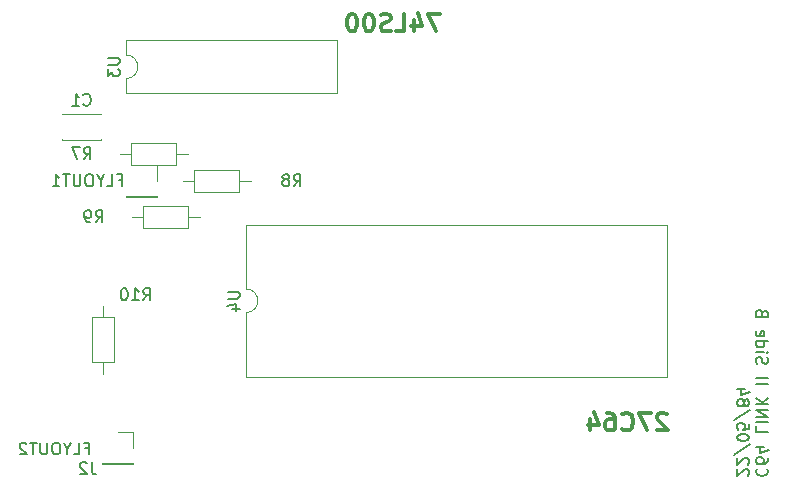
<source format=gbr>
%TF.GenerationSoftware,KiCad,Pcbnew,9.0.0*%
%TF.CreationDate,2025-04-04T09:07:06-04:00*%
%TF.ProjectId,RTC-Link2,5254432d-4c69-46e6-9b32-2e6b69636164,1.1*%
%TF.SameCoordinates,Original*%
%TF.FileFunction,Legend,Bot*%
%TF.FilePolarity,Positive*%
%FSLAX46Y46*%
G04 Gerber Fmt 4.6, Leading zero omitted, Abs format (unit mm)*
G04 Created by KiCad (PCBNEW 9.0.0) date 2025-04-04 09:07:06*
%MOMM*%
%LPD*%
G01*
G04 APERTURE LIST*
%ADD10C,0.150000*%
%ADD11C,0.300000*%
%ADD12C,0.120000*%
G04 APERTURE END LIST*
D10*
X127829887Y-105946009D02*
X128163220Y-105946009D01*
X128163220Y-106469819D02*
X128163220Y-105469819D01*
X128163220Y-105469819D02*
X127687030Y-105469819D01*
X126829887Y-106469819D02*
X127306077Y-106469819D01*
X127306077Y-106469819D02*
X127306077Y-105469819D01*
X126306077Y-105993628D02*
X126306077Y-106469819D01*
X126639410Y-105469819D02*
X126306077Y-105993628D01*
X126306077Y-105993628D02*
X125972744Y-105469819D01*
X125448934Y-105469819D02*
X125258458Y-105469819D01*
X125258458Y-105469819D02*
X125163220Y-105517438D01*
X125163220Y-105517438D02*
X125067982Y-105612676D01*
X125067982Y-105612676D02*
X125020363Y-105803152D01*
X125020363Y-105803152D02*
X125020363Y-106136485D01*
X125020363Y-106136485D02*
X125067982Y-106326961D01*
X125067982Y-106326961D02*
X125163220Y-106422200D01*
X125163220Y-106422200D02*
X125258458Y-106469819D01*
X125258458Y-106469819D02*
X125448934Y-106469819D01*
X125448934Y-106469819D02*
X125544172Y-106422200D01*
X125544172Y-106422200D02*
X125639410Y-106326961D01*
X125639410Y-106326961D02*
X125687029Y-106136485D01*
X125687029Y-106136485D02*
X125687029Y-105803152D01*
X125687029Y-105803152D02*
X125639410Y-105612676D01*
X125639410Y-105612676D02*
X125544172Y-105517438D01*
X125544172Y-105517438D02*
X125448934Y-105469819D01*
X124591791Y-105469819D02*
X124591791Y-106279342D01*
X124591791Y-106279342D02*
X124544172Y-106374580D01*
X124544172Y-106374580D02*
X124496553Y-106422200D01*
X124496553Y-106422200D02*
X124401315Y-106469819D01*
X124401315Y-106469819D02*
X124210839Y-106469819D01*
X124210839Y-106469819D02*
X124115601Y-106422200D01*
X124115601Y-106422200D02*
X124067982Y-106374580D01*
X124067982Y-106374580D02*
X124020363Y-106279342D01*
X124020363Y-106279342D02*
X124020363Y-105469819D01*
X123687029Y-105469819D02*
X123115601Y-105469819D01*
X123401315Y-106469819D02*
X123401315Y-105469819D01*
X122829886Y-105565057D02*
X122782267Y-105517438D01*
X122782267Y-105517438D02*
X122687029Y-105469819D01*
X122687029Y-105469819D02*
X122448934Y-105469819D01*
X122448934Y-105469819D02*
X122353696Y-105517438D01*
X122353696Y-105517438D02*
X122306077Y-105565057D01*
X122306077Y-105565057D02*
X122258458Y-105660295D01*
X122258458Y-105660295D02*
X122258458Y-105755533D01*
X122258458Y-105755533D02*
X122306077Y-105898390D01*
X122306077Y-105898390D02*
X122877505Y-106469819D01*
X122877505Y-106469819D02*
X122258458Y-106469819D01*
X130629887Y-83246009D02*
X130963220Y-83246009D01*
X130963220Y-83769819D02*
X130963220Y-82769819D01*
X130963220Y-82769819D02*
X130487030Y-82769819D01*
X129629887Y-83769819D02*
X130106077Y-83769819D01*
X130106077Y-83769819D02*
X130106077Y-82769819D01*
X129106077Y-83293628D02*
X129106077Y-83769819D01*
X129439410Y-82769819D02*
X129106077Y-83293628D01*
X129106077Y-83293628D02*
X128772744Y-82769819D01*
X128248934Y-82769819D02*
X128058458Y-82769819D01*
X128058458Y-82769819D02*
X127963220Y-82817438D01*
X127963220Y-82817438D02*
X127867982Y-82912676D01*
X127867982Y-82912676D02*
X127820363Y-83103152D01*
X127820363Y-83103152D02*
X127820363Y-83436485D01*
X127820363Y-83436485D02*
X127867982Y-83626961D01*
X127867982Y-83626961D02*
X127963220Y-83722200D01*
X127963220Y-83722200D02*
X128058458Y-83769819D01*
X128058458Y-83769819D02*
X128248934Y-83769819D01*
X128248934Y-83769819D02*
X128344172Y-83722200D01*
X128344172Y-83722200D02*
X128439410Y-83626961D01*
X128439410Y-83626961D02*
X128487029Y-83436485D01*
X128487029Y-83436485D02*
X128487029Y-83103152D01*
X128487029Y-83103152D02*
X128439410Y-82912676D01*
X128439410Y-82912676D02*
X128344172Y-82817438D01*
X128344172Y-82817438D02*
X128248934Y-82769819D01*
X127391791Y-82769819D02*
X127391791Y-83579342D01*
X127391791Y-83579342D02*
X127344172Y-83674580D01*
X127344172Y-83674580D02*
X127296553Y-83722200D01*
X127296553Y-83722200D02*
X127201315Y-83769819D01*
X127201315Y-83769819D02*
X127010839Y-83769819D01*
X127010839Y-83769819D02*
X126915601Y-83722200D01*
X126915601Y-83722200D02*
X126867982Y-83674580D01*
X126867982Y-83674580D02*
X126820363Y-83579342D01*
X126820363Y-83579342D02*
X126820363Y-82769819D01*
X126487029Y-82769819D02*
X125915601Y-82769819D01*
X126201315Y-83769819D02*
X126201315Y-82769819D01*
X125058458Y-83769819D02*
X125629886Y-83769819D01*
X125344172Y-83769819D02*
X125344172Y-82769819D01*
X125344172Y-82769819D02*
X125439410Y-82912676D01*
X125439410Y-82912676D02*
X125534648Y-83007914D01*
X125534648Y-83007914D02*
X125629886Y-83055533D01*
D11*
X157830346Y-69166828D02*
X156830346Y-69166828D01*
X156830346Y-69166828D02*
X157473203Y-70666828D01*
X155616061Y-69666828D02*
X155616061Y-70666828D01*
X155973203Y-69095400D02*
X156330346Y-70166828D01*
X156330346Y-70166828D02*
X155401775Y-70166828D01*
X154116061Y-70666828D02*
X154830347Y-70666828D01*
X154830347Y-70666828D02*
X154830347Y-69166828D01*
X153687489Y-70595400D02*
X153473204Y-70666828D01*
X153473204Y-70666828D02*
X153116061Y-70666828D01*
X153116061Y-70666828D02*
X152973204Y-70595400D01*
X152973204Y-70595400D02*
X152901775Y-70523971D01*
X152901775Y-70523971D02*
X152830346Y-70381114D01*
X152830346Y-70381114D02*
X152830346Y-70238257D01*
X152830346Y-70238257D02*
X152901775Y-70095400D01*
X152901775Y-70095400D02*
X152973204Y-70023971D01*
X152973204Y-70023971D02*
X153116061Y-69952542D01*
X153116061Y-69952542D02*
X153401775Y-69881114D01*
X153401775Y-69881114D02*
X153544632Y-69809685D01*
X153544632Y-69809685D02*
X153616061Y-69738257D01*
X153616061Y-69738257D02*
X153687489Y-69595400D01*
X153687489Y-69595400D02*
X153687489Y-69452542D01*
X153687489Y-69452542D02*
X153616061Y-69309685D01*
X153616061Y-69309685D02*
X153544632Y-69238257D01*
X153544632Y-69238257D02*
X153401775Y-69166828D01*
X153401775Y-69166828D02*
X153044632Y-69166828D01*
X153044632Y-69166828D02*
X152830346Y-69238257D01*
X151901775Y-69166828D02*
X151758918Y-69166828D01*
X151758918Y-69166828D02*
X151616061Y-69238257D01*
X151616061Y-69238257D02*
X151544633Y-69309685D01*
X151544633Y-69309685D02*
X151473204Y-69452542D01*
X151473204Y-69452542D02*
X151401775Y-69738257D01*
X151401775Y-69738257D02*
X151401775Y-70095400D01*
X151401775Y-70095400D02*
X151473204Y-70381114D01*
X151473204Y-70381114D02*
X151544633Y-70523971D01*
X151544633Y-70523971D02*
X151616061Y-70595400D01*
X151616061Y-70595400D02*
X151758918Y-70666828D01*
X151758918Y-70666828D02*
X151901775Y-70666828D01*
X151901775Y-70666828D02*
X152044633Y-70595400D01*
X152044633Y-70595400D02*
X152116061Y-70523971D01*
X152116061Y-70523971D02*
X152187490Y-70381114D01*
X152187490Y-70381114D02*
X152258918Y-70095400D01*
X152258918Y-70095400D02*
X152258918Y-69738257D01*
X152258918Y-69738257D02*
X152187490Y-69452542D01*
X152187490Y-69452542D02*
X152116061Y-69309685D01*
X152116061Y-69309685D02*
X152044633Y-69238257D01*
X152044633Y-69238257D02*
X151901775Y-69166828D01*
X150473204Y-69166828D02*
X150330347Y-69166828D01*
X150330347Y-69166828D02*
X150187490Y-69238257D01*
X150187490Y-69238257D02*
X150116062Y-69309685D01*
X150116062Y-69309685D02*
X150044633Y-69452542D01*
X150044633Y-69452542D02*
X149973204Y-69738257D01*
X149973204Y-69738257D02*
X149973204Y-70095400D01*
X149973204Y-70095400D02*
X150044633Y-70381114D01*
X150044633Y-70381114D02*
X150116062Y-70523971D01*
X150116062Y-70523971D02*
X150187490Y-70595400D01*
X150187490Y-70595400D02*
X150330347Y-70666828D01*
X150330347Y-70666828D02*
X150473204Y-70666828D01*
X150473204Y-70666828D02*
X150616062Y-70595400D01*
X150616062Y-70595400D02*
X150687490Y-70523971D01*
X150687490Y-70523971D02*
X150758919Y-70381114D01*
X150758919Y-70381114D02*
X150830347Y-70095400D01*
X150830347Y-70095400D02*
X150830347Y-69738257D01*
X150830347Y-69738257D02*
X150758919Y-69452542D01*
X150758919Y-69452542D02*
X150687490Y-69309685D01*
X150687490Y-69309685D02*
X150616062Y-69238257D01*
X150616062Y-69238257D02*
X150473204Y-69166828D01*
X177062917Y-103091685D02*
X176991489Y-103020257D01*
X176991489Y-103020257D02*
X176848632Y-102948828D01*
X176848632Y-102948828D02*
X176491489Y-102948828D01*
X176491489Y-102948828D02*
X176348632Y-103020257D01*
X176348632Y-103020257D02*
X176277203Y-103091685D01*
X176277203Y-103091685D02*
X176205774Y-103234542D01*
X176205774Y-103234542D02*
X176205774Y-103377400D01*
X176205774Y-103377400D02*
X176277203Y-103591685D01*
X176277203Y-103591685D02*
X177134346Y-104448828D01*
X177134346Y-104448828D02*
X176205774Y-104448828D01*
X175705775Y-102948828D02*
X174705775Y-102948828D01*
X174705775Y-102948828D02*
X175348632Y-104448828D01*
X173277204Y-104305971D02*
X173348632Y-104377400D01*
X173348632Y-104377400D02*
X173562918Y-104448828D01*
X173562918Y-104448828D02*
X173705775Y-104448828D01*
X173705775Y-104448828D02*
X173920061Y-104377400D01*
X173920061Y-104377400D02*
X174062918Y-104234542D01*
X174062918Y-104234542D02*
X174134347Y-104091685D01*
X174134347Y-104091685D02*
X174205775Y-103805971D01*
X174205775Y-103805971D02*
X174205775Y-103591685D01*
X174205775Y-103591685D02*
X174134347Y-103305971D01*
X174134347Y-103305971D02*
X174062918Y-103163114D01*
X174062918Y-103163114D02*
X173920061Y-103020257D01*
X173920061Y-103020257D02*
X173705775Y-102948828D01*
X173705775Y-102948828D02*
X173562918Y-102948828D01*
X173562918Y-102948828D02*
X173348632Y-103020257D01*
X173348632Y-103020257D02*
X173277204Y-103091685D01*
X171991490Y-102948828D02*
X172277204Y-102948828D01*
X172277204Y-102948828D02*
X172420061Y-103020257D01*
X172420061Y-103020257D02*
X172491490Y-103091685D01*
X172491490Y-103091685D02*
X172634347Y-103305971D01*
X172634347Y-103305971D02*
X172705775Y-103591685D01*
X172705775Y-103591685D02*
X172705775Y-104163114D01*
X172705775Y-104163114D02*
X172634347Y-104305971D01*
X172634347Y-104305971D02*
X172562918Y-104377400D01*
X172562918Y-104377400D02*
X172420061Y-104448828D01*
X172420061Y-104448828D02*
X172134347Y-104448828D01*
X172134347Y-104448828D02*
X171991490Y-104377400D01*
X171991490Y-104377400D02*
X171920061Y-104305971D01*
X171920061Y-104305971D02*
X171848632Y-104163114D01*
X171848632Y-104163114D02*
X171848632Y-103805971D01*
X171848632Y-103805971D02*
X171920061Y-103663114D01*
X171920061Y-103663114D02*
X171991490Y-103591685D01*
X171991490Y-103591685D02*
X172134347Y-103520257D01*
X172134347Y-103520257D02*
X172420061Y-103520257D01*
X172420061Y-103520257D02*
X172562918Y-103591685D01*
X172562918Y-103591685D02*
X172634347Y-103663114D01*
X172634347Y-103663114D02*
X172705775Y-103805971D01*
X170562919Y-103448828D02*
X170562919Y-104448828D01*
X170920061Y-102877400D02*
X171277204Y-103948828D01*
X171277204Y-103948828D02*
X170348633Y-103948828D01*
D10*
X184715363Y-107676792D02*
X184667744Y-107724411D01*
X184667744Y-107724411D02*
X184620124Y-107867268D01*
X184620124Y-107867268D02*
X184620124Y-107962506D01*
X184620124Y-107962506D02*
X184667744Y-108105363D01*
X184667744Y-108105363D02*
X184762982Y-108200601D01*
X184762982Y-108200601D02*
X184858220Y-108248220D01*
X184858220Y-108248220D02*
X185048696Y-108295839D01*
X185048696Y-108295839D02*
X185191553Y-108295839D01*
X185191553Y-108295839D02*
X185382029Y-108248220D01*
X185382029Y-108248220D02*
X185477267Y-108200601D01*
X185477267Y-108200601D02*
X185572505Y-108105363D01*
X185572505Y-108105363D02*
X185620124Y-107962506D01*
X185620124Y-107962506D02*
X185620124Y-107867268D01*
X185620124Y-107867268D02*
X185572505Y-107724411D01*
X185572505Y-107724411D02*
X185524886Y-107676792D01*
X185620124Y-106819649D02*
X185620124Y-107010125D01*
X185620124Y-107010125D02*
X185572505Y-107105363D01*
X185572505Y-107105363D02*
X185524886Y-107152982D01*
X185524886Y-107152982D02*
X185382029Y-107248220D01*
X185382029Y-107248220D02*
X185191553Y-107295839D01*
X185191553Y-107295839D02*
X184810601Y-107295839D01*
X184810601Y-107295839D02*
X184715363Y-107248220D01*
X184715363Y-107248220D02*
X184667744Y-107200601D01*
X184667744Y-107200601D02*
X184620124Y-107105363D01*
X184620124Y-107105363D02*
X184620124Y-106914887D01*
X184620124Y-106914887D02*
X184667744Y-106819649D01*
X184667744Y-106819649D02*
X184715363Y-106772030D01*
X184715363Y-106772030D02*
X184810601Y-106724411D01*
X184810601Y-106724411D02*
X185048696Y-106724411D01*
X185048696Y-106724411D02*
X185143934Y-106772030D01*
X185143934Y-106772030D02*
X185191553Y-106819649D01*
X185191553Y-106819649D02*
X185239172Y-106914887D01*
X185239172Y-106914887D02*
X185239172Y-107105363D01*
X185239172Y-107105363D02*
X185191553Y-107200601D01*
X185191553Y-107200601D02*
X185143934Y-107248220D01*
X185143934Y-107248220D02*
X185048696Y-107295839D01*
X185286791Y-105867268D02*
X184620124Y-105867268D01*
X185667744Y-106105363D02*
X184953458Y-106343458D01*
X184953458Y-106343458D02*
X184953458Y-105724411D01*
X184620124Y-104105363D02*
X184620124Y-104581553D01*
X184620124Y-104581553D02*
X185620124Y-104581553D01*
X184620124Y-103772029D02*
X185620124Y-103772029D01*
X184620124Y-103295839D02*
X185620124Y-103295839D01*
X185620124Y-103295839D02*
X184620124Y-102724411D01*
X184620124Y-102724411D02*
X185620124Y-102724411D01*
X184620124Y-102248220D02*
X185620124Y-102248220D01*
X184620124Y-101676792D02*
X185191553Y-102105363D01*
X185620124Y-101676792D02*
X185048696Y-102248220D01*
X184620124Y-100486315D02*
X185620124Y-100486315D01*
X184620124Y-100010125D02*
X185620124Y-100010125D01*
X184667744Y-98819649D02*
X184620124Y-98676792D01*
X184620124Y-98676792D02*
X184620124Y-98438697D01*
X184620124Y-98438697D02*
X184667744Y-98343459D01*
X184667744Y-98343459D02*
X184715363Y-98295840D01*
X184715363Y-98295840D02*
X184810601Y-98248221D01*
X184810601Y-98248221D02*
X184905839Y-98248221D01*
X184905839Y-98248221D02*
X185001077Y-98295840D01*
X185001077Y-98295840D02*
X185048696Y-98343459D01*
X185048696Y-98343459D02*
X185096315Y-98438697D01*
X185096315Y-98438697D02*
X185143934Y-98629173D01*
X185143934Y-98629173D02*
X185191553Y-98724411D01*
X185191553Y-98724411D02*
X185239172Y-98772030D01*
X185239172Y-98772030D02*
X185334410Y-98819649D01*
X185334410Y-98819649D02*
X185429648Y-98819649D01*
X185429648Y-98819649D02*
X185524886Y-98772030D01*
X185524886Y-98772030D02*
X185572505Y-98724411D01*
X185572505Y-98724411D02*
X185620124Y-98629173D01*
X185620124Y-98629173D02*
X185620124Y-98391078D01*
X185620124Y-98391078D02*
X185572505Y-98248221D01*
X184620124Y-97819649D02*
X185286791Y-97819649D01*
X185620124Y-97819649D02*
X185572505Y-97867268D01*
X185572505Y-97867268D02*
X185524886Y-97819649D01*
X185524886Y-97819649D02*
X185572505Y-97772030D01*
X185572505Y-97772030D02*
X185620124Y-97819649D01*
X185620124Y-97819649D02*
X185524886Y-97819649D01*
X184620124Y-96914888D02*
X185620124Y-96914888D01*
X184667744Y-96914888D02*
X184620124Y-97010126D01*
X184620124Y-97010126D02*
X184620124Y-97200602D01*
X184620124Y-97200602D02*
X184667744Y-97295840D01*
X184667744Y-97295840D02*
X184715363Y-97343459D01*
X184715363Y-97343459D02*
X184810601Y-97391078D01*
X184810601Y-97391078D02*
X185096315Y-97391078D01*
X185096315Y-97391078D02*
X185191553Y-97343459D01*
X185191553Y-97343459D02*
X185239172Y-97295840D01*
X185239172Y-97295840D02*
X185286791Y-97200602D01*
X185286791Y-97200602D02*
X185286791Y-97010126D01*
X185286791Y-97010126D02*
X185239172Y-96914888D01*
X184667744Y-96057745D02*
X184620124Y-96152983D01*
X184620124Y-96152983D02*
X184620124Y-96343459D01*
X184620124Y-96343459D02*
X184667744Y-96438697D01*
X184667744Y-96438697D02*
X184762982Y-96486316D01*
X184762982Y-96486316D02*
X185143934Y-96486316D01*
X185143934Y-96486316D02*
X185239172Y-96438697D01*
X185239172Y-96438697D02*
X185286791Y-96343459D01*
X185286791Y-96343459D02*
X185286791Y-96152983D01*
X185286791Y-96152983D02*
X185239172Y-96057745D01*
X185239172Y-96057745D02*
X185143934Y-96010126D01*
X185143934Y-96010126D02*
X185048696Y-96010126D01*
X185048696Y-96010126D02*
X184953458Y-96486316D01*
X185143934Y-94486316D02*
X185096315Y-94343459D01*
X185096315Y-94343459D02*
X185048696Y-94295840D01*
X185048696Y-94295840D02*
X184953458Y-94248221D01*
X184953458Y-94248221D02*
X184810601Y-94248221D01*
X184810601Y-94248221D02*
X184715363Y-94295840D01*
X184715363Y-94295840D02*
X184667744Y-94343459D01*
X184667744Y-94343459D02*
X184620124Y-94438697D01*
X184620124Y-94438697D02*
X184620124Y-94819649D01*
X184620124Y-94819649D02*
X185620124Y-94819649D01*
X185620124Y-94819649D02*
X185620124Y-94486316D01*
X185620124Y-94486316D02*
X185572505Y-94391078D01*
X185572505Y-94391078D02*
X185524886Y-94343459D01*
X185524886Y-94343459D02*
X185429648Y-94295840D01*
X185429648Y-94295840D02*
X185334410Y-94295840D01*
X185334410Y-94295840D02*
X185239172Y-94343459D01*
X185239172Y-94343459D02*
X185191553Y-94391078D01*
X185191553Y-94391078D02*
X185143934Y-94486316D01*
X185143934Y-94486316D02*
X185143934Y-94819649D01*
X183914942Y-108295839D02*
X183962561Y-108248220D01*
X183962561Y-108248220D02*
X184010180Y-108152982D01*
X184010180Y-108152982D02*
X184010180Y-107914887D01*
X184010180Y-107914887D02*
X183962561Y-107819649D01*
X183962561Y-107819649D02*
X183914942Y-107772030D01*
X183914942Y-107772030D02*
X183819704Y-107724411D01*
X183819704Y-107724411D02*
X183724466Y-107724411D01*
X183724466Y-107724411D02*
X183581609Y-107772030D01*
X183581609Y-107772030D02*
X183010180Y-108343458D01*
X183010180Y-108343458D02*
X183010180Y-107724411D01*
X183914942Y-107343458D02*
X183962561Y-107295839D01*
X183962561Y-107295839D02*
X184010180Y-107200601D01*
X184010180Y-107200601D02*
X184010180Y-106962506D01*
X184010180Y-106962506D02*
X183962561Y-106867268D01*
X183962561Y-106867268D02*
X183914942Y-106819649D01*
X183914942Y-106819649D02*
X183819704Y-106772030D01*
X183819704Y-106772030D02*
X183724466Y-106772030D01*
X183724466Y-106772030D02*
X183581609Y-106819649D01*
X183581609Y-106819649D02*
X183010180Y-107391077D01*
X183010180Y-107391077D02*
X183010180Y-106772030D01*
X184057800Y-105629173D02*
X182772085Y-106486315D01*
X184010180Y-105105363D02*
X184010180Y-105010125D01*
X184010180Y-105010125D02*
X183962561Y-104914887D01*
X183962561Y-104914887D02*
X183914942Y-104867268D01*
X183914942Y-104867268D02*
X183819704Y-104819649D01*
X183819704Y-104819649D02*
X183629228Y-104772030D01*
X183629228Y-104772030D02*
X183391133Y-104772030D01*
X183391133Y-104772030D02*
X183200657Y-104819649D01*
X183200657Y-104819649D02*
X183105419Y-104867268D01*
X183105419Y-104867268D02*
X183057800Y-104914887D01*
X183057800Y-104914887D02*
X183010180Y-105010125D01*
X183010180Y-105010125D02*
X183010180Y-105105363D01*
X183010180Y-105105363D02*
X183057800Y-105200601D01*
X183057800Y-105200601D02*
X183105419Y-105248220D01*
X183105419Y-105248220D02*
X183200657Y-105295839D01*
X183200657Y-105295839D02*
X183391133Y-105343458D01*
X183391133Y-105343458D02*
X183629228Y-105343458D01*
X183629228Y-105343458D02*
X183819704Y-105295839D01*
X183819704Y-105295839D02*
X183914942Y-105248220D01*
X183914942Y-105248220D02*
X183962561Y-105200601D01*
X183962561Y-105200601D02*
X184010180Y-105105363D01*
X184010180Y-103867268D02*
X184010180Y-104343458D01*
X184010180Y-104343458D02*
X183533990Y-104391077D01*
X183533990Y-104391077D02*
X183581609Y-104343458D01*
X183581609Y-104343458D02*
X183629228Y-104248220D01*
X183629228Y-104248220D02*
X183629228Y-104010125D01*
X183629228Y-104010125D02*
X183581609Y-103914887D01*
X183581609Y-103914887D02*
X183533990Y-103867268D01*
X183533990Y-103867268D02*
X183438752Y-103819649D01*
X183438752Y-103819649D02*
X183200657Y-103819649D01*
X183200657Y-103819649D02*
X183105419Y-103867268D01*
X183105419Y-103867268D02*
X183057800Y-103914887D01*
X183057800Y-103914887D02*
X183010180Y-104010125D01*
X183010180Y-104010125D02*
X183010180Y-104248220D01*
X183010180Y-104248220D02*
X183057800Y-104343458D01*
X183057800Y-104343458D02*
X183105419Y-104391077D01*
X184057800Y-102676792D02*
X182772085Y-103533934D01*
X183581609Y-102200601D02*
X183629228Y-102295839D01*
X183629228Y-102295839D02*
X183676847Y-102343458D01*
X183676847Y-102343458D02*
X183772085Y-102391077D01*
X183772085Y-102391077D02*
X183819704Y-102391077D01*
X183819704Y-102391077D02*
X183914942Y-102343458D01*
X183914942Y-102343458D02*
X183962561Y-102295839D01*
X183962561Y-102295839D02*
X184010180Y-102200601D01*
X184010180Y-102200601D02*
X184010180Y-102010125D01*
X184010180Y-102010125D02*
X183962561Y-101914887D01*
X183962561Y-101914887D02*
X183914942Y-101867268D01*
X183914942Y-101867268D02*
X183819704Y-101819649D01*
X183819704Y-101819649D02*
X183772085Y-101819649D01*
X183772085Y-101819649D02*
X183676847Y-101867268D01*
X183676847Y-101867268D02*
X183629228Y-101914887D01*
X183629228Y-101914887D02*
X183581609Y-102010125D01*
X183581609Y-102010125D02*
X183581609Y-102200601D01*
X183581609Y-102200601D02*
X183533990Y-102295839D01*
X183533990Y-102295839D02*
X183486371Y-102343458D01*
X183486371Y-102343458D02*
X183391133Y-102391077D01*
X183391133Y-102391077D02*
X183200657Y-102391077D01*
X183200657Y-102391077D02*
X183105419Y-102343458D01*
X183105419Y-102343458D02*
X183057800Y-102295839D01*
X183057800Y-102295839D02*
X183010180Y-102200601D01*
X183010180Y-102200601D02*
X183010180Y-102010125D01*
X183010180Y-102010125D02*
X183057800Y-101914887D01*
X183057800Y-101914887D02*
X183105419Y-101867268D01*
X183105419Y-101867268D02*
X183200657Y-101819649D01*
X183200657Y-101819649D02*
X183391133Y-101819649D01*
X183391133Y-101819649D02*
X183486371Y-101867268D01*
X183486371Y-101867268D02*
X183533990Y-101914887D01*
X183533990Y-101914887D02*
X183581609Y-102010125D01*
X183676847Y-100962506D02*
X183010180Y-100962506D01*
X184057800Y-101200601D02*
X183343514Y-101438696D01*
X183343514Y-101438696D02*
X183343514Y-100819649D01*
X132722857Y-93418819D02*
X133056190Y-92942628D01*
X133294285Y-93418819D02*
X133294285Y-92418819D01*
X133294285Y-92418819D02*
X132913333Y-92418819D01*
X132913333Y-92418819D02*
X132818095Y-92466438D01*
X132818095Y-92466438D02*
X132770476Y-92514057D01*
X132770476Y-92514057D02*
X132722857Y-92609295D01*
X132722857Y-92609295D02*
X132722857Y-92752152D01*
X132722857Y-92752152D02*
X132770476Y-92847390D01*
X132770476Y-92847390D02*
X132818095Y-92895009D01*
X132818095Y-92895009D02*
X132913333Y-92942628D01*
X132913333Y-92942628D02*
X133294285Y-92942628D01*
X131770476Y-93418819D02*
X132341904Y-93418819D01*
X132056190Y-93418819D02*
X132056190Y-92418819D01*
X132056190Y-92418819D02*
X132151428Y-92561676D01*
X132151428Y-92561676D02*
X132246666Y-92656914D01*
X132246666Y-92656914D02*
X132341904Y-92704533D01*
X131151428Y-92418819D02*
X131056190Y-92418819D01*
X131056190Y-92418819D02*
X130960952Y-92466438D01*
X130960952Y-92466438D02*
X130913333Y-92514057D01*
X130913333Y-92514057D02*
X130865714Y-92609295D01*
X130865714Y-92609295D02*
X130818095Y-92799771D01*
X130818095Y-92799771D02*
X130818095Y-93037866D01*
X130818095Y-93037866D02*
X130865714Y-93228342D01*
X130865714Y-93228342D02*
X130913333Y-93323580D01*
X130913333Y-93323580D02*
X130960952Y-93371200D01*
X130960952Y-93371200D02*
X131056190Y-93418819D01*
X131056190Y-93418819D02*
X131151428Y-93418819D01*
X131151428Y-93418819D02*
X131246666Y-93371200D01*
X131246666Y-93371200D02*
X131294285Y-93323580D01*
X131294285Y-93323580D02*
X131341904Y-93228342D01*
X131341904Y-93228342D02*
X131389523Y-93037866D01*
X131389523Y-93037866D02*
X131389523Y-92799771D01*
X131389523Y-92799771D02*
X131341904Y-92609295D01*
X131341904Y-92609295D02*
X131294285Y-92514057D01*
X131294285Y-92514057D02*
X131246666Y-92466438D01*
X131246666Y-92466438D02*
X131151428Y-92418819D01*
X139872819Y-92710095D02*
X140682342Y-92710095D01*
X140682342Y-92710095D02*
X140777580Y-92757714D01*
X140777580Y-92757714D02*
X140825200Y-92805333D01*
X140825200Y-92805333D02*
X140872819Y-92900571D01*
X140872819Y-92900571D02*
X140872819Y-93091047D01*
X140872819Y-93091047D02*
X140825200Y-93186285D01*
X140825200Y-93186285D02*
X140777580Y-93233904D01*
X140777580Y-93233904D02*
X140682342Y-93281523D01*
X140682342Y-93281523D02*
X139872819Y-93281523D01*
X140206152Y-94186285D02*
X140872819Y-94186285D01*
X139825200Y-93948190D02*
X140539485Y-93710095D01*
X140539485Y-93710095D02*
X140539485Y-94329142D01*
X127654666Y-76849580D02*
X127702285Y-76897200D01*
X127702285Y-76897200D02*
X127845142Y-76944819D01*
X127845142Y-76944819D02*
X127940380Y-76944819D01*
X127940380Y-76944819D02*
X128083237Y-76897200D01*
X128083237Y-76897200D02*
X128178475Y-76801961D01*
X128178475Y-76801961D02*
X128226094Y-76706723D01*
X128226094Y-76706723D02*
X128273713Y-76516247D01*
X128273713Y-76516247D02*
X128273713Y-76373390D01*
X128273713Y-76373390D02*
X128226094Y-76182914D01*
X128226094Y-76182914D02*
X128178475Y-76087676D01*
X128178475Y-76087676D02*
X128083237Y-75992438D01*
X128083237Y-75992438D02*
X127940380Y-75944819D01*
X127940380Y-75944819D02*
X127845142Y-75944819D01*
X127845142Y-75944819D02*
X127702285Y-75992438D01*
X127702285Y-75992438D02*
X127654666Y-76040057D01*
X126702285Y-76944819D02*
X127273713Y-76944819D01*
X126987999Y-76944819D02*
X126987999Y-75944819D01*
X126987999Y-75944819D02*
X127083237Y-76087676D01*
X127083237Y-76087676D02*
X127178475Y-76182914D01*
X127178475Y-76182914D02*
X127273713Y-76230533D01*
X127674666Y-81480819D02*
X128007999Y-81004628D01*
X128246094Y-81480819D02*
X128246094Y-80480819D01*
X128246094Y-80480819D02*
X127865142Y-80480819D01*
X127865142Y-80480819D02*
X127769904Y-80528438D01*
X127769904Y-80528438D02*
X127722285Y-80576057D01*
X127722285Y-80576057D02*
X127674666Y-80671295D01*
X127674666Y-80671295D02*
X127674666Y-80814152D01*
X127674666Y-80814152D02*
X127722285Y-80909390D01*
X127722285Y-80909390D02*
X127769904Y-80957009D01*
X127769904Y-80957009D02*
X127865142Y-81004628D01*
X127865142Y-81004628D02*
X128246094Y-81004628D01*
X127341332Y-80480819D02*
X126674666Y-80480819D01*
X126674666Y-80480819D02*
X127103237Y-81480819D01*
X128349333Y-107150819D02*
X128349333Y-107865104D01*
X128349333Y-107865104D02*
X128396952Y-108007961D01*
X128396952Y-108007961D02*
X128492190Y-108103200D01*
X128492190Y-108103200D02*
X128635047Y-108150819D01*
X128635047Y-108150819D02*
X128730285Y-108150819D01*
X127920761Y-107246057D02*
X127873142Y-107198438D01*
X127873142Y-107198438D02*
X127777904Y-107150819D01*
X127777904Y-107150819D02*
X127539809Y-107150819D01*
X127539809Y-107150819D02*
X127444571Y-107198438D01*
X127444571Y-107198438D02*
X127396952Y-107246057D01*
X127396952Y-107246057D02*
X127349333Y-107341295D01*
X127349333Y-107341295D02*
X127349333Y-107436533D01*
X127349333Y-107436533D02*
X127396952Y-107579390D01*
X127396952Y-107579390D02*
X127968380Y-108150819D01*
X127968380Y-108150819D02*
X127349333Y-108150819D01*
X128690666Y-86814819D02*
X129023999Y-86338628D01*
X129262094Y-86814819D02*
X129262094Y-85814819D01*
X129262094Y-85814819D02*
X128881142Y-85814819D01*
X128881142Y-85814819D02*
X128785904Y-85862438D01*
X128785904Y-85862438D02*
X128738285Y-85910057D01*
X128738285Y-85910057D02*
X128690666Y-86005295D01*
X128690666Y-86005295D02*
X128690666Y-86148152D01*
X128690666Y-86148152D02*
X128738285Y-86243390D01*
X128738285Y-86243390D02*
X128785904Y-86291009D01*
X128785904Y-86291009D02*
X128881142Y-86338628D01*
X128881142Y-86338628D02*
X129262094Y-86338628D01*
X128214475Y-86814819D02*
X128023999Y-86814819D01*
X128023999Y-86814819D02*
X127928761Y-86767200D01*
X127928761Y-86767200D02*
X127881142Y-86719580D01*
X127881142Y-86719580D02*
X127785904Y-86576723D01*
X127785904Y-86576723D02*
X127738285Y-86386247D01*
X127738285Y-86386247D02*
X127738285Y-86005295D01*
X127738285Y-86005295D02*
X127785904Y-85910057D01*
X127785904Y-85910057D02*
X127833523Y-85862438D01*
X127833523Y-85862438D02*
X127928761Y-85814819D01*
X127928761Y-85814819D02*
X128119237Y-85814819D01*
X128119237Y-85814819D02*
X128214475Y-85862438D01*
X128214475Y-85862438D02*
X128262094Y-85910057D01*
X128262094Y-85910057D02*
X128309713Y-86005295D01*
X128309713Y-86005295D02*
X128309713Y-86243390D01*
X128309713Y-86243390D02*
X128262094Y-86338628D01*
X128262094Y-86338628D02*
X128214475Y-86386247D01*
X128214475Y-86386247D02*
X128119237Y-86433866D01*
X128119237Y-86433866D02*
X127928761Y-86433866D01*
X127928761Y-86433866D02*
X127833523Y-86386247D01*
X127833523Y-86386247D02*
X127785904Y-86338628D01*
X127785904Y-86338628D02*
X127738285Y-86243390D01*
X145454666Y-83766819D02*
X145787999Y-83290628D01*
X146026094Y-83766819D02*
X146026094Y-82766819D01*
X146026094Y-82766819D02*
X145645142Y-82766819D01*
X145645142Y-82766819D02*
X145549904Y-82814438D01*
X145549904Y-82814438D02*
X145502285Y-82862057D01*
X145502285Y-82862057D02*
X145454666Y-82957295D01*
X145454666Y-82957295D02*
X145454666Y-83100152D01*
X145454666Y-83100152D02*
X145502285Y-83195390D01*
X145502285Y-83195390D02*
X145549904Y-83243009D01*
X145549904Y-83243009D02*
X145645142Y-83290628D01*
X145645142Y-83290628D02*
X146026094Y-83290628D01*
X144883237Y-83195390D02*
X144978475Y-83147771D01*
X144978475Y-83147771D02*
X145026094Y-83100152D01*
X145026094Y-83100152D02*
X145073713Y-83004914D01*
X145073713Y-83004914D02*
X145073713Y-82957295D01*
X145073713Y-82957295D02*
X145026094Y-82862057D01*
X145026094Y-82862057D02*
X144978475Y-82814438D01*
X144978475Y-82814438D02*
X144883237Y-82766819D01*
X144883237Y-82766819D02*
X144692761Y-82766819D01*
X144692761Y-82766819D02*
X144597523Y-82814438D01*
X144597523Y-82814438D02*
X144549904Y-82862057D01*
X144549904Y-82862057D02*
X144502285Y-82957295D01*
X144502285Y-82957295D02*
X144502285Y-83004914D01*
X144502285Y-83004914D02*
X144549904Y-83100152D01*
X144549904Y-83100152D02*
X144597523Y-83147771D01*
X144597523Y-83147771D02*
X144692761Y-83195390D01*
X144692761Y-83195390D02*
X144883237Y-83195390D01*
X144883237Y-83195390D02*
X144978475Y-83243009D01*
X144978475Y-83243009D02*
X145026094Y-83290628D01*
X145026094Y-83290628D02*
X145073713Y-83385866D01*
X145073713Y-83385866D02*
X145073713Y-83576342D01*
X145073713Y-83576342D02*
X145026094Y-83671580D01*
X145026094Y-83671580D02*
X144978475Y-83719200D01*
X144978475Y-83719200D02*
X144883237Y-83766819D01*
X144883237Y-83766819D02*
X144692761Y-83766819D01*
X144692761Y-83766819D02*
X144597523Y-83719200D01*
X144597523Y-83719200D02*
X144549904Y-83671580D01*
X144549904Y-83671580D02*
X144502285Y-83576342D01*
X144502285Y-83576342D02*
X144502285Y-83385866D01*
X144502285Y-83385866D02*
X144549904Y-83290628D01*
X144549904Y-83290628D02*
X144597523Y-83243009D01*
X144597523Y-83243009D02*
X144692761Y-83195390D01*
X129712819Y-72898095D02*
X130522342Y-72898095D01*
X130522342Y-72898095D02*
X130617580Y-72945714D01*
X130617580Y-72945714D02*
X130665200Y-72993333D01*
X130665200Y-72993333D02*
X130712819Y-73088571D01*
X130712819Y-73088571D02*
X130712819Y-73279047D01*
X130712819Y-73279047D02*
X130665200Y-73374285D01*
X130665200Y-73374285D02*
X130617580Y-73421904D01*
X130617580Y-73421904D02*
X130522342Y-73469523D01*
X130522342Y-73469523D02*
X129712819Y-73469523D01*
X129712819Y-73850476D02*
X129712819Y-74469523D01*
X129712819Y-74469523D02*
X130093771Y-74136190D01*
X130093771Y-74136190D02*
X130093771Y-74279047D01*
X130093771Y-74279047D02*
X130141390Y-74374285D01*
X130141390Y-74374285D02*
X130189009Y-74421904D01*
X130189009Y-74421904D02*
X130284247Y-74469523D01*
X130284247Y-74469523D02*
X130522342Y-74469523D01*
X130522342Y-74469523D02*
X130617580Y-74421904D01*
X130617580Y-74421904D02*
X130665200Y-74374285D01*
X130665200Y-74374285D02*
X130712819Y-74279047D01*
X130712819Y-74279047D02*
X130712819Y-73993333D01*
X130712819Y-73993333D02*
X130665200Y-73898095D01*
X130665200Y-73898095D02*
X130617580Y-73850476D01*
D12*
%TO.C,R10*%
X128366000Y-94854000D02*
X130206000Y-94854000D01*
X128366000Y-98694000D02*
X128366000Y-94854000D01*
X129286000Y-93904000D02*
X129286000Y-94854000D01*
X129286000Y-99644000D02*
X129286000Y-98694000D01*
X130206000Y-94854000D02*
X130206000Y-98694000D01*
X130206000Y-98694000D02*
X128366000Y-98694000D01*
%TO.C,U4*%
X141418000Y-87012000D02*
X177098000Y-87012000D01*
X141418000Y-92472000D02*
X141418000Y-87012000D01*
X141418000Y-99932000D02*
X141418000Y-94472000D01*
X177098000Y-87012000D02*
X177098000Y-99932000D01*
X177098000Y-99932000D02*
X141418000Y-99932000D01*
X141418000Y-92472000D02*
G75*
G02*
X141418000Y-94472000I0J-1000000D01*
G01*
%TO.C,C1*%
X125868000Y-77620000D02*
X125868000Y-77685000D01*
X125868000Y-79795000D02*
X125868000Y-79860000D01*
X129108000Y-77620000D02*
X125868000Y-77620000D01*
X129108000Y-77620000D02*
X129108000Y-77685000D01*
X129108000Y-79795000D02*
X129108000Y-79860000D01*
X129108000Y-79860000D02*
X125868000Y-79860000D01*
%TO.C,J3*%
X131258000Y-84582000D02*
X131258000Y-84642000D01*
X133918000Y-81982000D02*
X132588000Y-81982000D01*
X133918000Y-83312000D02*
X133918000Y-81982000D01*
X133918000Y-84582000D02*
X131258000Y-84582000D01*
X133918000Y-84582000D02*
X133918000Y-84642000D01*
X133918000Y-84642000D02*
X131258000Y-84642000D01*
%TO.C,R7*%
X130734000Y-81026000D02*
X131684000Y-81026000D01*
X131684000Y-80106000D02*
X135524000Y-80106000D01*
X131684000Y-81946000D02*
X131684000Y-80106000D01*
X135524000Y-80106000D02*
X135524000Y-81946000D01*
X135524000Y-81946000D02*
X131684000Y-81946000D01*
X136474000Y-81026000D02*
X135524000Y-81026000D01*
%TO.C,J2*%
X129226000Y-107188000D02*
X129226000Y-107248000D01*
X131886000Y-104588000D02*
X130556000Y-104588000D01*
X131886000Y-105918000D02*
X131886000Y-104588000D01*
X131886000Y-107188000D02*
X129226000Y-107188000D01*
X131886000Y-107188000D02*
X131886000Y-107248000D01*
X131886000Y-107248000D02*
X129226000Y-107248000D01*
%TO.C,R9*%
X131750000Y-86360000D02*
X132700000Y-86360000D01*
X132700000Y-85440000D02*
X136540000Y-85440000D01*
X132700000Y-87280000D02*
X132700000Y-85440000D01*
X136540000Y-85440000D02*
X136540000Y-87280000D01*
X136540000Y-87280000D02*
X132700000Y-87280000D01*
X137490000Y-86360000D02*
X136540000Y-86360000D01*
%TO.C,R8*%
X136068000Y-83312000D02*
X137018000Y-83312000D01*
X137018000Y-82392000D02*
X140858000Y-82392000D01*
X137018000Y-84232000D02*
X137018000Y-82392000D01*
X140858000Y-82392000D02*
X140858000Y-84232000D01*
X140858000Y-84232000D02*
X137018000Y-84232000D01*
X141808000Y-83312000D02*
X140858000Y-83312000D01*
%TO.C,U3*%
X131258000Y-71410000D02*
X149158000Y-71410000D01*
X131258000Y-72660000D02*
X131258000Y-71410000D01*
X131258000Y-75910000D02*
X131258000Y-74660000D01*
X149158000Y-71410000D02*
X149158000Y-75910000D01*
X149158000Y-75910000D02*
X131258000Y-75910000D01*
X131258000Y-72660000D02*
G75*
G02*
X131258000Y-74660000I0J-1000000D01*
G01*
%TD*%
M02*

</source>
